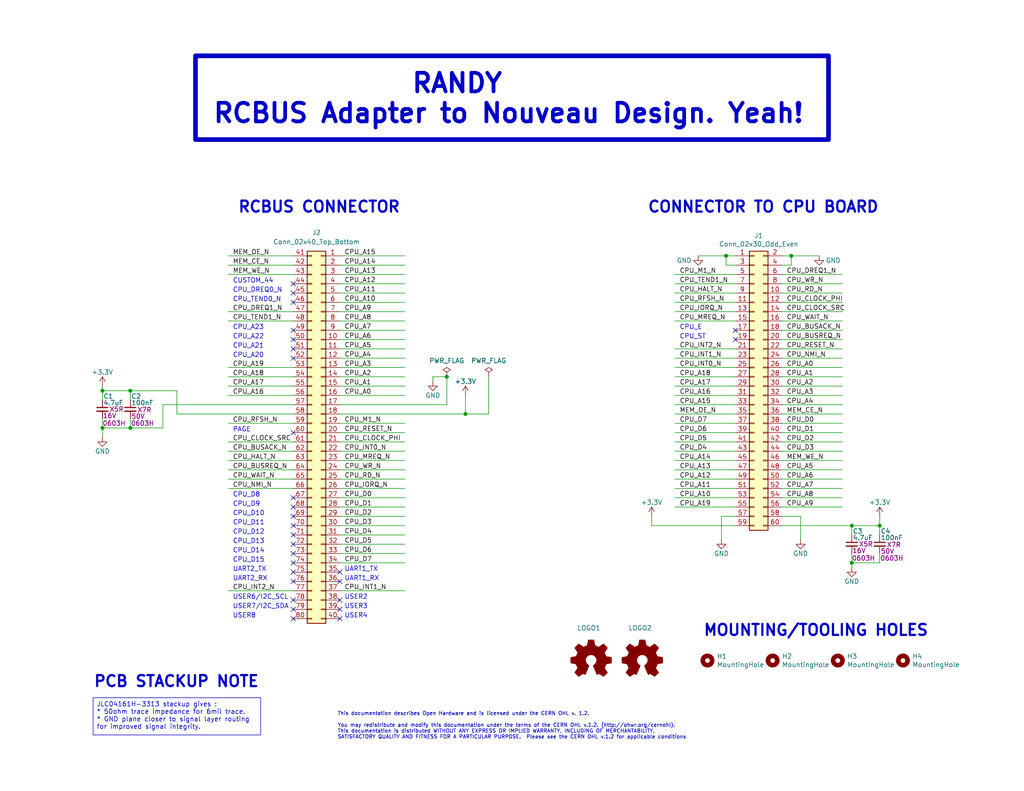
<source format=kicad_sch>
(kicad_sch (version 20231120) (generator "eeschema") (generator_version "8.0")
  (paper "A")
  (title_block (title "RANDY") (date "2024-07-29") (rev "0.0") (company "Denno Wiggle") (comment 1 "RCBUS Adapter to Nouveau Design. Yeah!") (comment 2 "Converts BUS from John Winans Nouveau Project"))
  (lib_symbols
    (symbol "Connector_Generic:Conn_02x30_Odd_Even" (pin_names (offset 1.016) hide)
      (property "Reference" "J" (at 1.27 38.1 0))
      (property "Value" "Conn_02x30_Odd_Even" (at 1.27 -40.64 0))
      (symbol "Conn_02x30_Odd_Even_1_1"
        (pin passive line (at -5.08 35.56 0) (length 3.81) (name "Pin_1") (number "1"))
        (pin passive line (at 7.62 25.4 180) (length 3.81) (name "Pin_10") (number "10"))
        (pin passive line (at -5.08 22.86 0) (length 3.81) (name "Pin_11") (number "11"))
        (pin passive line (at 7.62 22.86 180) (length 3.81) (name "Pin_12") (number "12"))
        (pin passive line (at -5.08 20.32 0) (length 3.81) (name "Pin_13") (number "13"))
        (pin passive line (at 7.62 20.32 180) (length 3.81) (name "Pin_14") (number "14"))
        (pin passive line (at -5.08 17.78 0) (length 3.81) (name "Pin_15") (number "15"))
        (pin passive line (at 7.62 17.78 180) (length 3.81) (name "Pin_16") (number "16"))
        (pin passive line (at -5.08 15.24 0) (length 3.81) (name "Pin_17") (number "17"))
        (pin passive line (at 7.62 15.24 180) (length 3.81) (name "Pin_18") (number "18"))
        (pin passive line (at -5.08 12.7 0) (length 3.81) (name "Pin_19") (number "19"))
        (pin passive line (at 7.62 35.56 180) (length 3.81) (name "Pin_2") (number "2"))
        (pin passive line (at 7.62 12.7 180) (length 3.81) (name "Pin_20") (number "20"))
        (pin passive line (at -5.08 10.16 0) (length 3.81) (name "Pin_21") (number "21"))
        (pin passive line (at 7.62 10.16 180) (length 3.81) (name "Pin_22") (number "22"))
        (pin passive line (at -5.08 7.62 0) (length 3.81) (name "Pin_23") (number "23"))
        (pin passive line (at 7.62 7.62 180) (length 3.81) (name "Pin_24") (number "24"))
        (pin passive line (at -5.08 5.08 0) (length 3.81) (name "Pin_25") (number "25"))
        (pin passive line (at 7.62 5.08 180) (length 3.81) (name "Pin_26") (number "26"))
        (pin passive line (at -5.08 2.54 0) (length 3.81) (name "Pin_27") (number "27"))
        (pin passive line (at 7.62 2.54 180) (length 3.81) (name "Pin_28") (number "28"))
        (pin passive line (at -5.08 0 0) (length 3.81) (name "Pin_29") (number "29"))
        (pin passive line (at -5.08 33.02 0) (length 3.81) (name "Pin_3") (number "3"))
        (pin passive line (at 7.62 0 180) (length 3.81) (name "Pin_30") (number "30"))
        (pin passive line (at -5.08 -2.54 0) (length 3.81) (name "Pin_31") (number "31"))
        (pin passive line (at 7.62 -2.54 180) (length 3.81) (name "Pin_32") (number "32"))
        (pin passive line (at -5.08 -5.08 0) (length 3.81) (name "Pin_33") (number "33"))
        (pin passive line (at 7.62 -5.08 180) (length 3.81) (name "Pin_34") (number "34"))
        (pin passive line (at -5.08 -7.62 0) (length 3.81) (name "Pin_35") (number "35"))
        (pin passive line (at 7.62 -7.62 180) (length 3.81) (name "Pin_36") (number "36"))
        (pin passive line (at -5.08 -10.16 0) (length 3.81) (name "Pin_37") (number "37"))
        (pin passive line (at 7.62 -10.16 180) (length 3.81) (name "Pin_38") (number "38"))
        (pin passive line (at -5.08 -12.7 0) (length 3.81) (name "Pin_39") (number "39"))
        (pin passive line (at 7.62 33.02 180) (length 3.81) (name "Pin_4") (number "4"))
        (pin passive line (at 7.62 -12.7 180) (length 3.81) (name "Pin_40") (number "40"))
        (pin passive line (at -5.08 -15.24 0) (length 3.81) (name "Pin_41") (number "41"))
        (pin passive line (at 7.62 -15.24 180) (length 3.81) (name "Pin_42") (number "42"))
        (pin passive line (at -5.08 -17.78 0) (length 3.81) (name "Pin_43") (number "43"))
        (pin passive line (at 7.62 -17.78 180) (length 3.81) (name "Pin_44") (number "44"))
        (pin passive line (at -5.08 -20.32 0) (length 3.81) (name "Pin_45") (number "45"))
        (pin passive line (at 7.62 -20.32 180) (length 3.81) (name "Pin_46") (number "46"))
        (pin passive line (at -5.08 -22.86 0) (length 3.81) (name "Pin_47") (number "47"))
        (pin passive line (at 7.62 -22.86 180) (length 3.81) (name "Pin_48") (number "48"))
        (pin passive line (at -5.08 -25.4 0) (length 3.81) (name "Pin_49") (number "49"))
        (pin passive line (at -5.08 30.48 0) (length 3.81) (name "Pin_5") (number "5"))
        (pin passive line (at 7.62 -25.4 180) (length 3.81) (name "Pin_50") (number "50"))
        (pin passive line (at -5.08 -27.94 0) (length 3.81) (name "Pin_51") (number "51"))
        (pin passive line (at 7.62 -27.94 180) (length 3.81) (name "Pin_52") (number "52"))
        (pin passive line (at -5.08 -30.48 0) (length 3.81) (name "Pin_53") (number "53"))
        (pin passive line (at 7.62 -30.48 180) (length 3.81) (name "Pin_54") (number "54"))
        (pin passive line (at -5.08 -33.02 0) (length 3.81) (name "Pin_55") (number "55"))
        (pin passive line (at 7.62 -33.02 180) (length 3.81) (name "Pin_56") (number "56"))
        (pin passive line (at -5.08 -35.56 0) (length 3.81) (name "Pin_57") (number "57"))
        (pin passive line (at 7.62 -35.56 180) (length 3.81) (name "Pin_58") (number "58"))
        (pin passive line (at -5.08 -38.1 0) (length 3.81) (name "Pin_59") (number "59"))
        (pin passive line (at 7.62 30.48 180) (length 3.81) (name "Pin_6") (number "6"))
        (pin passive line (at 7.62 -38.1 180) (length 3.81) (name "Pin_60") (number "60"))
        (pin passive line (at -5.08 27.94 0) (length 3.81) (name "Pin_7") (number "7"))
        (pin passive line (at 7.62 27.94 180) (length 3.81) (name "Pin_8") (number "8"))
        (pin passive line (at -5.08 25.4 0) (length 3.81) (name "Pin_9") (number "9"))
      )
    )
    (symbol "Connector_Generic:Conn_02x40_Top_Bottom" (pin_names (offset 1.016) hide)
      (property "Reference" "J" (at 1.27 50.8 0))
      (property "Value" "Conn_02x40_Top_Bottom" (at 1.27 -53.34 0))
      (symbol "Conn_02x40_Top_Bottom_1_1"
        (pin passive line (at -5.08 48.26 0) (length 3.81) (name "Pin_1") (number "1"))
        (pin passive line (at -5.08 25.4 0) (length 3.81) (name "Pin_10") (number "10"))
        (pin passive line (at -5.08 22.86 0) (length 3.81) (name "Pin_11") (number "11"))
        (pin passive line (at -5.08 20.32 0) (length 3.81) (name "Pin_12") (number "12"))
        (pin passive line (at -5.08 17.78 0) (length 3.81) (name "Pin_13") (number "13"))
        (pin passive line (at -5.08 15.24 0) (length 3.81) (name "Pin_14") (number "14"))
        (pin passive line (at -5.08 12.7 0) (length 3.81) (name "Pin_15") (number "15"))
        (pin passive line (at -5.08 10.16 0) (length 3.81) (name "Pin_16") (number "16"))
        (pin passive line (at -5.08 7.62 0) (length 3.81) (name "Pin_17") (number "17"))
        (pin passive line (at -5.08 5.08 0) (length 3.81) (name "Pin_18") (number "18"))
        (pin passive line (at -5.08 2.54 0) (length 3.81) (name "Pin_19") (number "19"))
        (pin passive line (at -5.08 45.72 0) (length 3.81) (name "Pin_2") (number "2"))
        (pin passive line (at -5.08 0 0) (length 3.81) (name "Pin_20") (number "20"))
        (pin passive line (at -5.08 -2.54 0) (length 3.81) (name "Pin_21") (number "21"))
        (pin passive line (at -5.08 -5.08 0) (length 3.81) (name "Pin_22") (number "22"))
        (pin passive line (at -5.08 -7.62 0) (length 3.81) (name "Pin_23") (number "23"))
        (pin passive line (at -5.08 -10.16 0) (length 3.81) (name "Pin_24") (number "24"))
        (pin passive line (at -5.08 -12.7 0) (length 3.81) (name "Pin_25") (number "25"))
        (pin passive line (at -5.08 -15.24 0) (length 3.81) (name "Pin_26") (number "26"))
        (pin passive line (at -5.08 -17.78 0) (length 3.81) (name "Pin_27") (number "27"))
        (pin passive line (at -5.08 -20.32 0) (length 3.81) (name "Pin_28") (number "28"))
        (pin passive line (at -5.08 -22.86 0) (length 3.81) (name "Pin_29") (number "29"))
        (pin passive line (at -5.08 43.18 0) (length 3.81) (name "Pin_3") (number "3"))
        (pin passive line (at -5.08 -25.4 0) (length 3.81) (name "Pin_30") (number "30"))
        (pin passive line (at -5.08 -27.94 0) (length 3.81) (name "Pin_31") (number "31"))
        (pin passive line (at -5.08 -30.48 0) (length 3.81) (name "Pin_32") (number "32"))
        (pin passive line (at -5.08 -33.02 0) (length 3.81) (name "Pin_33") (number "33"))
        (pin passive line (at -5.08 -35.56 0) (length 3.81) (name "Pin_34") (number "34"))
        (pin passive line (at -5.08 -38.1 0) (length 3.81) (name "Pin_35") (number "35"))
        (pin passive line (at -5.08 -40.64 0) (length 3.81) (name "Pin_36") (number "36"))
        (pin passive line (at -5.08 -43.18 0) (length 3.81) (name "Pin_37") (number "37"))
        (pin passive line (at -5.08 -45.72 0) (length 3.81) (name "Pin_38") (number "38"))
        (pin passive line (at -5.08 -48.26 0) (length 3.81) (name "Pin_39") (number "39"))
        (pin passive line (at -5.08 40.64 0) (length 3.81) (name "Pin_4") (number "4"))
        (pin passive line (at -5.08 -50.8 0) (length 3.81) (name "Pin_40") (number "40"))
        (pin passive line (at 7.62 48.26 180) (length 3.81) (name "Pin_41") (number "41"))
        (pin passive line (at 7.62 45.72 180) (length 3.81) (name "Pin_42") (number "42"))
        (pin passive line (at 7.62 43.18 180) (length 3.81) (name "Pin_43") (number "43"))
        (pin passive line (at 7.62 40.64 180) (length 3.81) (name "Pin_44") (number "44"))
        (pin passive line (at 7.62 38.1 180) (length 3.81) (name "Pin_45") (number "45"))
        (pin passive line (at 7.62 35.56 180) (length 3.81) (name "Pin_46") (number "46"))
        (pin passive line (at 7.62 33.02 180) (length 3.81) (name "Pin_47") (number "47"))
        (pin passive line (at 7.62 30.48 180) (length 3.81) (name "Pin_48") (number "48"))
        (pin passive line (at 7.62 27.94 180) (length 3.81) (name "Pin_49") (number "49"))
        (pin passive line (at -5.08 38.1 0) (length 3.81) (name "Pin_5") (number "5"))
        (pin passive line (at 7.62 25.4 180) (length 3.81) (name "Pin_50") (number "50"))
        (pin passive line (at 7.62 22.86 180) (length 3.81) (name "Pin_51") (number "51"))
        (pin passive line (at 7.62 20.32 180) (length 3.81) (name "Pin_52") (number "52"))
        (pin passive line (at 7.62 17.78 180) (length 3.81) (name "Pin_53") (number "53"))
        (pin passive line (at 7.62 15.24 180) (length 3.81) (name "Pin_54") (number "54"))
        (pin passive line (at 7.62 12.7 180) (length 3.81) (name "Pin_55") (number "55"))
        (pin passive line (at 7.62 10.16 180) (length 3.81) (name "Pin_56") (number "56"))
        (pin passive line (at 7.62 7.62 180) (length 3.81) (name "Pin_57") (number "57"))
        (pin passive line (at 7.62 5.08 180) (length 3.81) (name "Pin_58") (number "58"))
        (pin passive line (at 7.62 2.54 180) (length 3.81) (name "Pin_59") (number "59"))
        (pin passive line (at -5.08 35.56 0) (length 3.81) (name "Pin_6") (number "6"))
        (pin passive line (at 7.62 0 180) (length 3.81) (name "Pin_60") (number "60"))
        (pin passive line (at 7.62 -2.54 180) (length 3.81) (name "Pin_61") (number "61"))
        (pin passive line (at 7.62 -5.08 180) (length 3.81) (name "Pin_62") (number "62"))
        (pin passive line (at 7.62 -7.62 180) (length 3.81) (name "Pin_63") (number "63"))
        (pin passive line (at 7.62 -10.16 180) (length 3.81) (name "Pin_64") (number "64"))
        (pin passive line (at 7.62 -12.7 180) (length 3.81) (name "Pin_65") (number "65"))
        (pin passive line (at 7.62 -15.24 180) (length 3.81) (name "Pin_66") (number "66"))
        (pin passive line (at 7.62 -17.78 180) (length 3.81) (name "Pin_67") (number "67"))
        (pin passive line (at 7.62 -20.32 180) (length 3.81) (name "Pin_68") (number "68"))
        (pin passive line (at 7.62 -22.86 180) (length 3.81) (name "Pin_69") (number "69"))
        (pin passive line (at -5.08 33.02 0) (length 3.81) (name "Pin_7") (number "7"))
        (pin passive line (at 7.62 -25.4 180) (length 3.81) (name "Pin_70") (number "70"))
        (pin passive line (at 7.62 -27.94 180) (length 3.81) (name "Pin_71") (number "71"))
        (pin passive line (at 7.62 -30.48 180) (length 3.81) (name "Pin_72") (number "72"))
        (pin passive line (at 7.62 -33.02 180) (length 3.81) (name "Pin_73") (number "73"))
        (pin passive line (at 7.62 -35.56 180) (length 3.81) (name "Pin_74") (number "74"))
        (pin passive line (at 7.62 -38.1 180) (length 3.81) (name "Pin_75") (number "75"))
        (pin passive line (at 7.62 -40.64 180) (length 3.81) (name "Pin_76") (number "76"))
        (pin passive line (at 7.62 -43.18 180) (length 3.81) (name "Pin_77") (number "77"))
        (pin passive line (at 7.62 -45.72 180) (length 3.81) (name "Pin_78") (number "78"))
        (pin passive line (at 7.62 -48.26 180) (length 3.81) (name "Pin_79") (number "79"))
        (pin passive line (at -5.08 30.48 0) (length 3.81) (name "Pin_8") (number "8"))
        (pin passive line (at 7.62 -50.8 180) (length 3.81) (name "Pin_80") (number "80"))
        (pin passive line (at -5.08 27.94 0) (length 3.81) (name "Pin_9") (number "9"))
      )
    )
    (symbol "GND_1" (power) (pin_numbers hide) (pin_names (offset 0) hide)
      (property "Value" "GND" (at 0 -3.81 0))
      (symbol "GND_1_1_1"
        (pin power_in line (at 0 0 270) (length 0) (name "~") (number "1"))
      )
    )
    (symbol "GND_2" (power) (pin_numbers hide) (pin_names (offset 0) hide)
      (property "Value" "GND" (at 0 -3.81 0))
      (symbol "GND_2_1_1"
        (pin power_in line (at 0 0 270) (length 0) (name "~") (number "1"))
      )
    )
    (symbol "Graphic:Logo_Open_Hardware_Small" (in_bom no) (on_board no))
    (symbol "Mechanical:MountingHole" (pin_names (offset 1.016))
      (property "Reference" "H" (at 0 5.08 0))
      (property "Value" "MountingHole" (at 0 3.175 0))
    )
    (symbol "WTM:C_100nF_X7R_16V_0805H" (pin_numbers hide) (pin_names (offset 0) hide)
      (property "Reference" "C" (at 0.254 3.556 0))
      (property "Value" "100nF" (at 0.254 1.778 0))
      (property "Dielectric" "X7R" (at 1.905 -0.127 0))
      (property "Voltage" "16V" (at 0.254 -1.905 0))
      (property "Footprint2" "0805H" (at 0.127 -3.81 0))
      (symbol "C_100nF_X7R_16V_0805H_1_1"
        (pin passive line (at 0 2.54 270) (length 2.032) (name "~") (number "1"))
        (pin passive line (at 0 -2.54 90) (length 2.032) (name "~") (number "2"))
      )
    )
    (symbol "WTM:C_10uF_X5R_16V_0805H" (pin_numbers hide) (pin_names (offset 0.254) hide)
      (property "Reference" "C206" (at 0.254 3.556 0))
      (property "Value" "10uF" (at 0.254 1.778 0))
      (property "Dielectric" "X5R" (at 1.905 0.762 0))
      (property "Voltage" "16V" (at 0.127 -1.016 0))
      (property "Footprint2" "0805H" (at 3.302 -3.81 0))
      (symbol "C_10uF_X5R_16V_0805H_1_1"
        (pin passive line (at 0 2.54 270) (length 2.032) (name "~") (number "1"))
        (pin passive line (at 0 -2.54 90) (length 2.032) (name "~") (number "2"))
      )
    )
    (symbol "power:+3.3V" (power) (pin_numbers hide) (pin_names (offset 0) hide)
      (property "Value" "+3.3V" (at 0 3.556 0))
      (symbol "+3.3V_1_1"
        (pin power_in line (at 0 0 90) (length 0) (name "~") (number "1"))
      )
    )
    (symbol "power:PWR_FLAG" (power) (pin_numbers hide) (pin_names (offset 0) hide)
      (property "Value" "PWR_FLAG" (at 0 3.81 0))
      (symbol "PWR_FLAG_0_0"
        (pin power_out line (at 0 0 90) (length 0) (name "~") (number "1"))
      )
    )
  )
  (junction (at 232.41 143.51))
  (junction (at 121.92 102.87))
  (junction (at 240.03 143.51))
  (junction (at 35.56 116.84))
  (junction (at 35.56 106.68))
  (junction (at 198.12 69.85))
  (junction (at 27.94 106.68))
  (junction (at 215.9 69.85))
  (junction (at 232.41 153.67))
  (junction (at 127 113.03))
  (junction (at 27.94 116.84))
  (no_connect (at 80.01 92.71))
  (no_connect (at 92.71 156.21))
  (no_connect (at 200.66 92.71))
  (no_connect (at 80.01 95.25))
  (no_connect (at 92.71 163.83))
  (no_connect (at 80.01 77.47))
  (no_connect (at 92.71 168.91))
  (no_connect (at 92.71 158.75))
  (no_connect (at 80.01 97.79))
  (no_connect (at 80.01 140.97))
  (no_connect (at 200.66 90.17))
  (no_connect (at 80.01 146.05))
  (no_connect (at 80.01 168.91))
  (no_connect (at 80.01 82.55))
  (no_connect (at 80.01 135.89))
  (no_connect (at 80.01 143.51))
  (no_connect (at 80.01 163.83))
  (no_connect (at 80.01 166.37))
  (no_connect (at 80.01 153.67))
  (no_connect (at 80.01 148.59))
  (no_connect (at 92.71 166.37))
  (no_connect (at 80.01 138.43))
  (no_connect (at 80.01 158.75))
  (no_connect (at 80.01 118.11))
  (no_connect (at 80.01 90.17))
  (no_connect (at 80.01 151.13))
  (no_connect (at 80.01 156.21))
  (no_connect (at 80.01 80.01))
  (wire (pts (xy 62.23 87.63) (xy 80.01 87.63)))
  (wire (pts (xy 213.36 135.89) (xy 229.87 135.89)))
  (wire (pts (xy 92.71 151.13) (xy 110.49 151.13)))
  (wire (pts (xy 92.71 125.73) (xy 110.49 125.73)))
  (wire (pts (xy 177.8 143.51) (xy 200.66 143.51)))
  (wire (pts (xy 27.94 106.68) (xy 27.94 109.22)))
  (wire (pts (xy 213.36 92.71) (xy 229.87 92.71)))
  (wire (pts (xy 184.15 85.09) (xy 200.66 85.09)))
  (wire (pts (xy 184.15 74.93) (xy 200.66 74.93)))
  (wire (pts (xy 44.45 116.84) (xy 44.45 110.49)))
  (wire (pts (xy 92.71 118.11) (xy 110.49 118.11)))
  (wire (pts (xy 133.35 113.03) (xy 133.35 102.87)))
  (wire (pts (xy 240.03 140.97) (xy 240.03 143.51)))
  (wire (pts (xy 213.36 102.87) (xy 229.87 102.87)))
  (wire (pts (xy 35.56 114.3) (xy 35.56 116.84)))
  (wire (pts (xy 215.9 69.85) (xy 215.9 72.39)))
  (wire (pts (xy 62.23 133.35) (xy 80.01 133.35)))
  (wire (pts (xy 92.71 120.65) (xy 110.49 120.65)))
  (wire (pts (xy 92.71 77.47) (xy 110.49 77.47)))
  (wire (pts (xy 213.36 69.85) (xy 215.9 69.85)))
  (wire (pts (xy 27.94 106.68) (xy 35.56 106.68)))
  (wire (pts (xy 92.71 113.03) (xy 127 113.03)))
  (wire (pts (xy 92.71 97.79) (xy 110.49 97.79)))
  (wire (pts (xy 92.71 133.35) (xy 110.49 133.35)))
  (wire (pts (xy 92.71 102.87) (xy 110.49 102.87)))
  (wire (pts (xy 184.15 107.95) (xy 200.66 107.95)))
  (wire (pts (xy 213.36 74.93) (xy 229.87 74.93)))
  (wire (pts (xy 213.36 125.73) (xy 229.87 125.73)))
  (wire (pts (xy 184.15 87.63) (xy 200.66 87.63)))
  (wire (pts (xy 213.36 138.43) (xy 229.87 138.43)))
  (wire (pts (xy 213.36 82.55) (xy 229.87 82.55)))
  (wire (pts (xy 232.41 153.67) (xy 232.41 154.94)))
  (wire (pts (xy 92.71 148.59) (xy 110.49 148.59)))
  (wire (pts (xy 62.23 69.85) (xy 80.01 69.85)))
  (wire (pts (xy 177.8 143.51) (xy 177.8 140.97)))
  (wire (pts (xy 184.15 100.33) (xy 200.66 100.33)))
  (wire (pts (xy 213.36 133.35) (xy 229.87 133.35)))
  (wire (pts (xy 232.41 153.67) (xy 240.03 153.67)))
  (wire (pts (xy 62.23 120.65) (xy 80.01 120.65)))
  (wire (pts (xy 213.36 143.51) (xy 232.41 143.51)))
  (wire (pts (xy 92.71 74.93) (xy 110.49 74.93)))
  (wire (pts (xy 184.15 130.81) (xy 200.66 130.81)))
  (wire (pts (xy 62.23 115.57) (xy 80.01 115.57)))
  (wire (pts (xy 92.71 100.33) (xy 110.49 100.33)))
  (wire (pts (xy 62.23 74.93) (xy 80.01 74.93)))
  (wire (pts (xy 92.71 72.39) (xy 110.49 72.39)))
  (wire (pts (xy 118.11 102.87) (xy 118.11 104.14)))
  (wire (pts (xy 184.15 110.49) (xy 200.66 110.49)))
  (wire (pts (xy 232.41 151.13) (xy 232.41 153.67)))
  (wire (pts (xy 92.71 153.67) (xy 110.49 153.67)))
  (wire (pts (xy 184.15 77.47) (xy 200.66 77.47)))
  (wire (pts (xy 92.71 135.89) (xy 110.49 135.89)))
  (wire (pts (xy 92.71 128.27) (xy 110.49 128.27)))
  (wire (pts (xy 35.56 116.84) (xy 44.45 116.84)))
  (wire (pts (xy 213.36 120.65) (xy 229.87 120.65)))
  (wire (pts (xy 200.66 72.39) (xy 198.12 72.39)))
  (wire (pts (xy 184.15 80.01) (xy 200.66 80.01)))
  (wire (pts (xy 218.44 140.97) (xy 218.44 147.32)))
  (wire (pts (xy 27.94 116.84) (xy 27.94 119.38)))
  (wire (pts (xy 48.26 106.68) (xy 48.26 113.03)))
  (wire (pts (xy 232.41 143.51) (xy 232.41 146.05)))
  (wire (pts (xy 184.15 102.87) (xy 200.66 102.87)))
  (wire (pts (xy 92.71 138.43) (xy 110.49 138.43)))
  (wire (pts (xy 200.66 140.97) (xy 196.85 140.97)))
  (wire (pts (xy 92.71 85.09) (xy 110.49 85.09)))
  (wire (pts (xy 62.23 130.81) (xy 80.01 130.81)))
  (wire (pts (xy 213.36 123.19) (xy 229.87 123.19)))
  (wire (pts (xy 213.36 110.49) (xy 229.87 110.49)))
  (wire (pts (xy 62.23 107.95) (xy 80.01 107.95)))
  (wire (pts (xy 213.36 105.41) (xy 229.87 105.41)))
  (wire (pts (xy 184.15 118.11) (xy 200.66 118.11)))
  (wire (pts (xy 62.23 102.87) (xy 80.01 102.87)))
  (wire (pts (xy 190.5 69.85) (xy 198.12 69.85)))
  (wire (pts (xy 48.26 113.03) (xy 80.01 113.03)))
  (wire (pts (xy 184.15 115.57) (xy 200.66 115.57)))
  (wire (pts (xy 35.56 106.68) (xy 48.26 106.68)))
  (wire (pts (xy 62.23 100.33) (xy 80.01 100.33)))
  (wire (pts (xy 44.45 110.49) (xy 80.01 110.49)))
  (wire (pts (xy 92.71 115.57) (xy 110.49 115.57)))
  (wire (pts (xy 35.56 106.68) (xy 35.56 109.22)))
  (wire (pts (xy 62.23 161.29) (xy 80.01 161.29)))
  (wire (pts (xy 184.15 120.65) (xy 200.66 120.65)))
  (wire (pts (xy 121.92 102.87) (xy 118.11 102.87)))
  (wire (pts (xy 213.36 113.03) (xy 229.87 113.03)))
  (wire (pts (xy 92.71 82.55) (xy 110.49 82.55)))
  (wire (pts (xy 92.71 140.97) (xy 110.49 140.97)))
  (wire (pts (xy 184.15 95.25) (xy 200.66 95.25)))
  (wire (pts (xy 92.71 110.49) (xy 121.92 110.49)))
  (wire (pts (xy 215.9 69.85) (xy 223.52 69.85)))
  (wire (pts (xy 240.03 151.13) (xy 240.03 153.67)))
  (wire (pts (xy 184.15 97.79) (xy 200.66 97.79)))
  (wire (pts (xy 92.71 143.51) (xy 110.49 143.51)))
  (wire (pts (xy 92.71 161.29) (xy 110.49 161.29)))
  (wire (pts (xy 184.15 105.41) (xy 200.66 105.41)))
  (wire (pts (xy 213.36 128.27) (xy 229.87 128.27)))
  (wire (pts (xy 198.12 69.85) (xy 198.12 72.39)))
  (wire (pts (xy 27.94 105.41) (xy 27.94 106.68)))
  (wire (pts (xy 240.03 143.51) (xy 240.03 146.05)))
  (wire (pts (xy 213.36 80.01) (xy 229.87 80.01)))
  (wire (pts (xy 213.36 130.81) (xy 229.87 130.81)))
  (wire (pts (xy 127 113.03) (xy 133.35 113.03)))
  (wire (pts (xy 184.15 128.27) (xy 200.66 128.27)))
  (wire (pts (xy 35.56 116.84) (xy 27.94 116.84)))
  (wire (pts (xy 213.36 115.57) (xy 229.87 115.57)))
  (wire (pts (xy 92.71 69.85) (xy 110.49 69.85)))
  (wire (pts (xy 62.23 128.27) (xy 80.01 128.27)))
  (wire (pts (xy 92.71 95.25) (xy 110.49 95.25)))
  (wire (pts (xy 184.15 82.55) (xy 200.66 82.55)))
  (wire (pts (xy 184.15 125.73) (xy 200.66 125.73)))
  (wire (pts (xy 92.71 105.41) (xy 110.49 105.41)))
  (wire (pts (xy 213.36 100.33) (xy 229.87 100.33)))
  (wire (pts (xy 213.36 77.47) (xy 229.87 77.47)))
  (wire (pts (xy 196.85 140.97) (xy 196.85 147.32)))
  (wire (pts (xy 92.71 107.95) (xy 110.49 107.95)))
  (wire (pts (xy 92.71 80.01) (xy 110.49 80.01)))
  (wire (pts (xy 62.23 85.09) (xy 80.01 85.09)))
  (wire (pts (xy 184.15 135.89) (xy 200.66 135.89)))
  (wire (pts (xy 92.71 90.17) (xy 110.49 90.17)))
  (wire (pts (xy 213.36 95.25) (xy 229.87 95.25)))
  (wire (pts (xy 184.15 113.03) (xy 200.66 113.03)))
  (wire (pts (xy 213.36 107.95) (xy 229.87 107.95)))
  (wire (pts (xy 92.71 87.63) (xy 110.49 87.63)))
  (wire (pts (xy 92.71 130.81) (xy 110.49 130.81)))
  (wire (pts (xy 184.15 123.19) (xy 200.66 123.19)))
  (wire (pts (xy 27.94 116.84) (xy 27.94 114.3)))
  (wire (pts (xy 232.41 143.51) (xy 240.03 143.51)))
  (wire (pts (xy 213.36 90.17) (xy 229.87 90.17)))
  (wire (pts (xy 92.71 146.05) (xy 110.49 146.05)))
  (wire (pts (xy 213.36 85.09) (xy 229.87 85.09)))
  (wire (pts (xy 213.36 87.63) (xy 229.87 87.63)))
  (wire (pts (xy 62.23 105.41) (xy 80.01 105.41)))
  (wire (pts (xy 213.36 118.11) (xy 229.87 118.11)))
  (wire (pts (xy 92.71 92.71) (xy 110.49 92.71)))
  (wire (pts (xy 62.23 123.19) (xy 80.01 123.19)))
  (wire (pts (xy 184.15 138.43) (xy 200.66 138.43)))
  (wire (pts (xy 213.36 97.79) (xy 229.87 97.79)))
  (wire (pts (xy 62.23 72.39) (xy 80.01 72.39)))
  (wire (pts (xy 184.15 133.35) (xy 200.66 133.35)))
  (wire (pts (xy 62.23 125.73) (xy 80.01 125.73)))
  (wire (pts (xy 213.36 72.39) (xy 215.9 72.39)))
  (wire (pts (xy 92.71 123.19) (xy 110.49 123.19)))
  (wire (pts (xy 121.92 102.87) (xy 121.92 110.49)))
  (wire (pts (xy 198.12 69.85) (xy 200.66 69.85)))
  (wire (pts (xy 213.36 140.97) (xy 218.44 140.97)))
  (wire (pts (xy 127 107.95) (xy 127 113.03)))
  (text_box "              RANDY\nRCBUS Adapter to Nouveau Design. Yeah!" (at 53.34 15.24 0) (size 172.72 22.86) (stroke (width 1.27)) (effects (font (size 5.08 5.08) (thickness 1.016) (bold yes)) (justify left top)))
  (text_box "JLC04161H-3313 stackup gives :\n* 50ohm trace impedance for 6mil trace.\n* GND plane closer to signal layer routing for improved signal integrity." (at 25.4 190.5 0) (size 45.72 10.16) (effects (font (size 1.27 1.27)) (justify left top)))
  (text "UART1_TX" (at 93.98 156.21 0) (effects (font (size 1.27 1.27)) (justify left bottom)))
  (text "MOUNTING/TOOLING HOLES" (at 191.77 173.99 0) (effects (font (size 2.9972 2.9972) (thickness 0.5994) (bold yes)) (justify left bottom)))
  (text "CPU_ST" (at 185.42 92.71 0) (effects (font (size 1.27 1.27)) (justify left bottom)))
  (text "CONNECTOR TO CPU BOARD" (at 176.53 58.42 0) (effects (font (size 2.9972 2.9972) (thickness 0.5994) (bold yes)) (justify left bottom)))
  (text "CPU_A22" (at 63.5 92.71 0) (effects (font (size 1.27 1.27)) (justify left bottom)))
  (text "USER4" (at 93.98 168.91 0) (effects (font (size 1.27 1.27)) (justify left bottom)))
  (text "CPU_TEND0_N" (at 63.5 82.55 0) (effects (font (size 1.27 1.27)) (justify left bottom)))
  (text "CPU_D8" (at 63.5 135.89 0) (effects (font (size 1.27 1.27)) (justify left bottom)))
  (text "CPU_A21" (at 63.5 95.25 0) (effects (font (size 1.27 1.27)) (justify left bottom)))
  (text "CPU_D11" (at 63.5 143.51 0) (effects (font (size 1.27 1.27)) (justify left bottom)))
  (text "UART2_RX" (at 63.5 158.75 0) (effects (font (size 1.27 1.27)) (justify left bottom)))
  (text "CPU_D13" (at 63.5 148.59 0) (effects (font (size 1.27 1.27)) (justify left bottom)))
  (text "CUSTOM_44" (at 63.5 77.47 0) (effects (font (size 1.27 1.27)) (justify left bottom)))
  (text "USER6/I2C_SCL" (at 63.5 163.83 0) (effects (font (size 1.27 1.27)) (justify left bottom)))
  (text "CPU_A23" (at 63.5 90.17 0) (effects (font (size 1.27 1.27)) (justify left bottom)))
  (text "CPU_D12" (at 63.5 146.05 0) (effects (font (size 1.27 1.27)) (justify left bottom)))
  (text "PCB STACKUP NOTE" (at 25.4 187.96 0) (effects (font (size 2.9972 2.9972) (thickness 0.5994) (bold yes)) (justify left bottom)))
  (text "USER8" (at 63.5 168.91 0) (effects (font (size 1.27 1.27)) (justify left bottom)))
  (text "CPU_E" (at 185.42 90.17 0) (effects (font (size 1.27 1.27)) (justify left bottom)))
  (text "CPU_D10" (at 63.5 140.97 0) (effects (font (size 1.27 1.27)) (justify left bottom)))
  (text "CPU_D9" (at 63.5 138.43 0) (effects (font (size 1.27 1.27)) (justify left bottom)))
  (text "CPU_A20" (at 63.5 97.79 0) (effects (font (size 1.27 1.27)) (justify left bottom)))
  (text "UART2_TX" (at 63.5 156.21 0) (effects (font (size 1.27 1.27)) (justify left bottom)))
  (text "CPU_D14" (at 63.5 151.13 0) (effects (font (size 1.27 1.27)) (justify left bottom)))
  (text "USER3" (at 93.98 166.37 0) (effects (font (size 1.27 1.27)) (justify left bottom)))
  (text "PAGE" (at 63.5 118.11 0) (effects (font (size 1.27 1.27)) (justify left bottom)))
  (text "USER2" (at 93.98 163.83 0) (effects (font (size 1.27 1.27)) (justify left bottom)))
  (text "RCBUS CONNECTOR" (at 64.77 58.42 0) (effects (font (size 2.9972 2.9972) (thickness 0.5994) (bold yes)) (justify left bottom)))
  (text "CPU_DREQ0_N" (at 63.5 80.01 0) (effects (font (size 1.27 1.27)) (justify left bottom)))
  (text "This documentation describes Open Hardware and is licensed under the CERN OHL v. 1.2.\n\nYou may redistribute and modify this documentation under the terms of the CERN OHL v.1.2. (http://ohwr.org/cernohl). \nThis documentation is distributed WITHOUT ANY EXPRESS OR IMPLIED WARRANTY, INCLUDING OF MERCHANTABILITY, \nSATISFACTORY QUALITY AND FITNESS FOR A PARTICULAR PURPOSE.  Please see the CERN OHL v.1.2 for applicable conditions" (at 92.075 201.93 0) (effects (font (size 0.9906 0.9906)) (justify left bottom)))
  (text "USER7/I2C_SDA" (at 63.5 166.37 0) (effects (font (size 1.27 1.27)) (justify left bottom)))
  (text "CPU_D15" (at 63.5 153.67 0) (effects (font (size 1.27 1.27)) (justify left bottom)))
  (text "UART1_RX" (at 93.98 158.75 0) (effects (font (size 1.27 1.27)) (justify left bottom)))
  (label "CPU_D7" (at 93.98 153.67 0))
  (label "CPU_WR_N" (at 214.63 77.47 0))
  (label "CPU_RESET_N" (at 214.63 95.25 0))
  (label "CPU_D1" (at 214.63 118.11 0))
  (label "CPU_D5" (at 93.98 148.59 0))
  (label "CPU_D4" (at 185.42 123.19 0))
  (label "CPU_CLOCK_PHI" (at 214.63 82.55 0))
  (label "CPU_DREQ1_N" (at 63.5 85.09 0))
  (label "MEM_WE_N" (at 63.5 74.93 0))
  (label "CPU_A7" (at 93.98 90.17 0))
  (label "CPU_A9" (at 214.63 138.43 0))
  (label "CPU_A16" (at 63.5 107.95 0))
  (label "CPU_A4" (at 93.98 97.79 0))
  (label "CPU_A6" (at 93.98 92.71 0))
  (label "CPU_A14" (at 93.98 72.39 0))
  (label "CPU_INT0_N" (at 93.98 123.19 0))
  (label "CPU_DREQ1_N" (at 214.63 74.93 0))
  (label "CPU_MREQ_N" (at 185.42 87.63 0))
  (label "CPU_INT0_N" (at 185.42 100.33 0))
  (label "CPU_BUSREQ_N" (at 63.5 128.27 0))
  (label "CPU_HALT_N" (at 63.5 125.73 0))
  (label "CPU_IORQ_N" (at 93.98 133.35 0))
  (label "CPU_RD_N" (at 214.63 80.01 0))
  (label "CPU_A0" (at 214.63 100.33 0))
  (label "CPU_A3" (at 93.98 100.33 0))
  (label "CPU_RD_N" (at 93.98 130.81 0))
  (label "MEM_OE_N" (at 63.5 69.85 0))
  (label "CPU_RFSH_N" (at 63.5 115.57 0))
  (label "CPU_A12" (at 93.98 77.47 0))
  (label "CPU_A19" (at 185.42 138.43 0))
  (label "CPU_D5" (at 185.42 120.65 0))
  (label "CPU_M1_N" (at 185.42 74.93 0))
  (label "CPU_TEND1_N" (at 185.42 77.47 0))
  (label "CPU_HALT_N" (at 185.42 80.01 0))
  (label "CPU_TEND1_N" (at 63.5 87.63 0))
  (label "MEM_CE_N" (at 214.63 113.03 0))
  (label "CPU_D4" (at 93.98 146.05 0))
  (label "CPU_A9" (at 93.98 85.09 0))
  (label "CPU_A0" (at 93.98 107.95 0))
  (label "CPU_A15" (at 185.42 110.49 0))
  (label "CPU_D6" (at 93.98 151.13 0))
  (label "CPU_A18" (at 185.42 102.87 0))
  (label "CPU_RESET_N" (at 93.98 118.11 0))
  (label "CPU_D1" (at 93.98 138.43 0))
  (label "CPU_A7" (at 214.63 133.35 0))
  (label "CPU_M1_N" (at 93.98 115.57 0))
  (label "CPU_D7" (at 185.42 115.57 0))
  (label "CPU_A2" (at 93.98 102.87 0))
  (label "CPU_D6" (at 185.42 118.11 0))
  (label "CPU_WAIT_N" (at 63.5 130.81 0))
  (label "CPU_D2" (at 93.98 140.97 0))
  (label "CPU_A16" (at 185.42 107.95 0))
  (label "CPU_A18" (at 63.5 102.87 0))
  (label "CPU_A4" (at 214.63 110.49 0))
  (label "CPU_D3" (at 214.63 123.19 0))
  (label "CPU_A10" (at 93.98 82.55 0))
  (label "CPU_BUSREQ_N" (at 214.63 92.71 0))
  (label "CPU_CLOCK_SRC" (at 214.63 85.09 0))
  (label "CPU_A15" (at 93.98 69.85 0))
  (label "CPU_CLOCK_SRC" (at 63.5 120.65 0))
  (label "CPU_NMI_N" (at 214.63 97.79 0))
  (label "CPU_D3" (at 93.98 143.51 0))
  (label "CPU_A8" (at 214.63 135.89 0))
  (label "CPU_A13" (at 93.98 74.93 0))
  (label "CPU_A17" (at 63.5 105.41 0))
  (label "CPU_A2" (at 214.63 105.41 0))
  (label "CPU_WR_N" (at 93.98 128.27 0))
  (label "CPU_INT2_N" (at 63.5 161.29 0))
  (label "CPU_RFSH_N" (at 185.42 82.55 0))
  (label "CPU_IORQ_N" (at 185.42 85.09 0))
  (label "CPU_A1" (at 214.63 102.87 0))
  (label "CPU_BUSACK_N" (at 63.5 123.19 0))
  (label "CPU_A1" (at 93.98 105.41 0))
  (label "CPU_A11" (at 185.42 133.35 0))
  (label "CPU_A12" (at 185.42 130.81 0))
  (label "CPU_A13" (at 185.42 128.27 0))
  (label "CPU_A19" (at 63.5 100.33 0))
  (label "CPU_D2" (at 214.63 120.65 0))
  (label "CPU_INT1_N" (at 185.42 97.79 0))
  (label "CPU_A11" (at 93.98 80.01 0))
  (label "MEM_CE_N" (at 63.5 72.39 0))
  (label "CPU_D0" (at 93.98 135.89 0))
  (label "CPU_A17" (at 185.42 105.41 0))
  (label "CPU_A5" (at 214.63 128.27 0))
  (label "CPU_CLOCK_PHI" (at 93.98 120.65 0))
  (label "CPU_INT2_N" (at 185.42 95.25 0))
  (label "CPU_NMI_N" (at 63.5 133.35 0))
  (label "MEM_OE_N" (at 185.42 113.03 0))
  (label "MEM_WE_N" (at 214.63 125.73 0))
  (label "CPU_A10" (at 185.42 135.89 0))
  (label "CPU_MREQ_N" (at 93.98 125.73 0))
  (label "CPU_D0" (at 214.63 115.57 0))
  (label "CPU_A14" (at 185.42 125.73 0))
  (label "CPU_A8" (at 93.98 87.63 0))
  (label "CPU_INT1_N" (at 93.98 161.29 0))
  (label "CPU_A6" (at 214.63 130.81 0))
  (label "CPU_A5" (at 93.98 95.25 0))
  (label "CPU_A3" (at 214.63 107.95 0))
  (label "CPU_WAIT_N" (at 214.63 87.63 0))
  (label "CPU_BUSACK_N" (at 214.63 90.17 0))
  (symbol (lib_id "power:PWR_FLAG") (at 133.35 102.87 0) (unit 1)
    (property "Reference" "#FLG01" (effects (hide yes)))
    (property "Value" "PWR_FLAG" (at 133.35 98.4758 0))
  )
  (symbol (lib_id "WTM:C_10uF_X5R_16V_0805H") (at 232.41 148.59 0) (unit 1)
    (property "Reference" "C3" (at 232.664 145.034 0) (effects (justify left)))
    (property "Value" "4.7uF" (at 232.664 146.812 0) (effects (justify left)))
    (property "Footprint" "Capacitor_SMD:C_0603_1608Metric_Pad1.08x0.95mm_HandSolder" (effects (hide yes)))
    (property "Datasheet" "https://mm.digikey.com/Volume0/opasdata/d220001/medias/docus/2328/CL10A475KO8NNNC_Spec.pdf" (effects (hide yes)))
    (property "Description" "CAP CER 4.7UF 16V X5R 0603" (effects (hide yes)))
    (property "Digikey" "1276-1784-1-ND" (effects (hide yes)))
    (property "Dielectric" "X5R" (at 234.315 147.828 0) (effects (justify left top)))
    (property "Voltage" "16V" (at 232.537 149.606 0) (effects (justify left top)))
    (property "Footprint2" "0603H" (at 232.41 152.4 0) (effects (justify left)))
    (property "MPN" "CL10A475KO8NNNC" (effects (hide yes)))
    (property "Manufacturer" "Yaego" (effects (hide yes)))
    (property "Tolerance" "10%" (effects (hide yes)))
    (property "LCSC Part #" "C19666" (effects (hide yes)))
  )
  (symbol (lib_id "Connector_Generic:Conn_02x40_Top_Bottom") (at 87.63 118.11 0) (mirror y) (unit 1)
    (property "Reference" "J2" (at 86.36 63.5 0))
    (property "Value" "Conn_02x40_Top_Bottom" (at 86.36 66.04 0))
    (property "Footprint" "WTM_Library:PinSocket_2x40_P2.54mm_Horizontal_RCBUS80" (effects (hide yes)))
    (property "Datasheet" "https://suddendocs.samtec.com/catalog_english/ssw_th.pdf" (effects (hide yes)))
    (property "Description" "CONN RCPT 80POS 0.1 TIN PCB R/A" (effects (hide yes)))
    (property "Digikey" "612-SSW-140-02-T-D-RA-ND" (effects (hide yes)))
    (property "MPN" "SSW-140-02-T-D-RA" (effects (hide yes)))
    (property "Manufacturer" "Samtec Inc." (effects (hide yes)))
    (property "Mouser" "200-SSW14002TDRA" (effects (hide yes)))
  )
  (symbol (lib_id "power:PWR_FLAG") (at 121.92 102.87 0) (unit 1)
    (property "Reference" "#FLG02" (effects (hide yes)))
    (property "Value" "PWR_FLAG" (at 121.92 98.4758 0))
  )
  (symbol (lib_name "GND_1") (lib_id "power:GND") (at 118.11 104.14 0) (unit 1)
    (property "Reference" "#PWR03" (effects (hide yes)))
    (property "Value" "GND" (at 118.11 107.95 0))
    (property "Description" "Power symbol creates a global label with name \"GND\" , ground" (effects (hide yes)))
  )
  (symbol (lib_id "power:+3.3V") (at 27.94 105.41 0) (unit 1)
    (property "Reference" "#PWR04" (effects (hide yes)))
    (property "Value" "+3.3V" (at 27.94 101.6 0))
  )
  (symbol (lib_id "Mechanical:MountingHole") (at 210.82 180.34 0) (unit 1)
    (property "Reference" "H2" (at 213.36 179.1716 0) (effects (justify left)))
    (property "Value" "MountingHole" (at 213.36 181.483 0) (effects (justify left)))
    (property "Footprint" "MountingHole:MountingHole_2.7mm_M2.5_DIN965" (effects (hide yes)))
  )
  (symbol (lib_name "GND_2") (lib_id "power:GND") (at 223.52 69.85 0) (unit 1)
    (property "Reference" "#PWR02" (effects (hide yes)))
    (property "Value" "GND" (at 227.33 71.12 0))
    (property "Description" "Power symbol creates a global label with name \"GND\" , ground" (effects (hide yes)))
  )
  (symbol (lib_id "power:+3.3V") (at 127 107.95 0) (unit 1)
    (property "Reference" "#PWR05" (effects (hide yes)))
    (property "Value" "+3.3V" (at 127 104.14 0))
  )
  (symbol (lib_id "WTM:C_10uF_X5R_16V_0805H") (at 27.94 111.76 0) (unit 1)
    (property "Reference" "C1" (at 28.194 108.204 0) (effects (justify left)))
    (property "Value" "4.7uF" (at 28.194 109.982 0) (effects (justify left)))
    (property "Footprint" "Capacitor_SMD:C_0603_1608Metric_Pad1.08x0.95mm_HandSolder" (effects (hide yes)))
    (property "Datasheet" "https://mm.digikey.com/Volume0/opasdata/d220001/medias/docus/2328/CL10A475KO8NNNC_Spec.pdf" (effects (hide yes)))
    (property "Description" "CAP CER 4.7UF 16V X5R 0603" (effects (hide yes)))
    (property "Digikey" "1276-1784-1-ND" (effects (hide yes)))
    (property "Dielectric" "X5R" (at 29.845 110.998 0) (effects (justify left top)))
    (property "Voltage" "16V" (at 28.067 112.776 0) (effects (justify left top)))
    (property "Footprint2" "0603H" (at 27.94 115.57 0) (effects (justify left)))
    (property "MPN" "CL10A475KO8NNNC" (effects (hide yes)))
    (property "Manufacturer" "Yaego" (effects (hide yes)))
    (property "Tolerance" "10%" (effects (hide yes)))
    (property "LCSC Part #" "C19666" (effects (hide yes)))
  )
  (symbol (lib_name "GND_2") (lib_id "power:GND") (at 190.5 69.85 0) (unit 1)
    (property "Reference" "#PWR01" (effects (hide yes)))
    (property "Value" "GND" (at 186.69 71.12 0))
    (property "Description" "Power symbol creates a global label with name \"GND\" , ground" (effects (hide yes)))
  )
  (symbol (lib_id "Mechanical:MountingHole") (at 246.38 180.34 0) (unit 1)
    (property "Reference" "H4" (at 248.92 179.1716 0) (effects (justify left)))
    (property "Value" "MountingHole" (at 248.92 181.483 0) (effects (justify left)))
    (property "Footprint" "MountingHole:MountingHole_2.7mm_M2.5_DIN965" (effects (hide yes)))
  )
  (symbol (lib_id "power:+3.3V") (at 240.03 140.97 0) (unit 1)
    (property "Reference" "#PWR08" (effects (hide yes)))
    (property "Value" "+3.3V" (at 240.03 137.16 0))
  )
  (symbol (lib_id "Graphic:Logo_Open_Hardware_Small") (at 161.29 180.34 0) (unit 1) (in_bom no)
    (property "Reference" "LOGO1" (at 157.48 171.45 0) (effects (justify left)))
    (property "Value" "Logo_Open_Hardware_Small" (effects (hide yes)))
    (property "Footprint" "Symbol:OSHW-Logo_7.5x8mm_SilkScreen" (effects (hide yes)))
  )
  (symbol (lib_id "Connector_Generic:Conn_02x30_Odd_Even") (at 205.74 105.41 0) (unit 1)
    (property "Reference" "J1" (at 207.01 64.3382 0))
    (property "Value" "Conn_02x30_Odd_Even" (at 207.01 66.6496 0))
    (property "Footprint" "Connector_PinHeader_2.54mm:PinHeader_2x30_P2.54mm_Vertical" (effects (hide yes)))
    (property "Datasheet" "https://cdn.amphenol-cs.com/media/wysiwyg/files/documentation/datasheet/boardwiretoboard/bwb_bergstik.pdf" (effects (hide yes)))
    (property "Description" "CONN HEADER VERT 60POS 2.54MM" (effects (hide yes)))
    (property "Manufacturer" "Amphenol ICC" (effects (hide yes)))
    (property "MPN" "67996-160HLF" (effects (hide yes)))
    (property "Digikey" "609-6334-ND" (effects (hide yes)))
  )
  (symbol (lib_name "GND_2") (lib_id "power:GND") (at 196.85 147.32 0) (unit 1)
    (property "Reference" "#PWR09" (effects (hide yes)))
    (property "Value" "GND" (at 196.85 151.13 0))
    (property "Description" "Power symbol creates a global label with name \"GND\" , ground" (effects (hide yes)))
  )
  (symbol (lib_id "power:+3.3V") (at 177.8 140.97 0) (unit 1)
    (property "Reference" "#PWR07" (effects (hide yes)))
    (property "Value" "+3.3V" (at 177.8 137.16 0))
  )
  (symbol (lib_name "GND_2") (lib_id "power:GND") (at 27.94 119.38 0) (unit 1)
    (property "Reference" "#PWR06" (effects (hide yes)))
    (property "Value" "GND" (at 27.94 123.19 0))
    (property "Description" "Power symbol creates a global label with name \"GND\" , ground" (effects (hide yes)))
  )
  (symbol (lib_id "WTM:C_100nF_X7R_16V_0805H") (at 35.56 111.76 0) (unit 1)
    (property "Reference" "C2" (at 35.814 108.204 0) (effects (justify left)))
    (property "Value" "100nF" (at 35.814 109.982 0) (effects (justify left)))
    (property "Footprint" "Capacitor_SMD:C_0603_1608Metric_Pad1.08x0.95mm_HandSolder" (effects (hide yes)))
    (property "Datasheet" "https://www.yageo.com/upload/media/product/productsearch/datasheet/mlcc/UPY-GPHC_X7R_6.3V-to-250V_22.pdf" (effects (hide yes)))
    (property "Description" "CAP CER 0.1UF 50V X7R 0603" (effects (hide yes)))
    (property "Digikey" "311-1344-1-ND" (effects (hide yes)))
    (property "Dielectric" "X7R" (at 37.465 111.887 0) (effects (justify left)))
    (property "Voltage" "50V" (at 35.814 113.665 0) (effects (justify left)))
    (property "MPN" "CC0603KRX7R9BB104" (effects (hide yes)))
    (property "Manufacturer" "YAGEO" (effects (hide yes)))
    (property "Footprint2" "0603H" (at 35.687 115.57 0) (effects (justify left)))
    (property "Tolerance" "10%" (effects (hide yes)))
    (property "LCSC Part #" "C14663" (effects (hide yes)))
  )
  (symbol (lib_id "Mechanical:MountingHole") (at 228.6 180.34 0) (unit 1)
    (property "Reference" "H3" (at 231.14 179.1716 0) (effects (justify left)))
    (property "Value" "MountingHole" (at 231.14 181.483 0) (effects (justify left)))
    (property "Footprint" "MountingHole:MountingHole_2.7mm_M2.5_DIN965" (effects (hide yes)))
  )
  (symbol (lib_id "Graphic:Logo_Open_Hardware_Small") (at 175.26 180.34 0) (unit 1) (in_bom no)
    (property "Reference" "LOGO2" (at 171.45 171.45 0) (effects (justify left)))
    (property "Value" "Logo_Open_Hardware_Small" (effects (hide yes)))
    (property "Footprint" "Symbol:OSHW-Logo_7.5x8mm_SilkScreen" (effects (hide yes)))
  )
  (symbol (lib_id "WTM:C_100nF_X7R_16V_0805H") (at 240.03 148.59 0) (unit 1)
    (property "Reference" "C4" (at 240.284 145.034 0) (effects (justify left)))
    (property "Value" "100nF" (at 240.284 146.812 0) (effects (justify left)))
    (property "Footprint" "Capacitor_SMD:C_0603_1608Metric_Pad1.08x0.95mm_HandSolder" (effects (hide yes)))
    (property "Datasheet" "https://www.yageo.com/upload/media/product/productsearch/datasheet/mlcc/UPY-GPHC_X7R_6.3V-to-250V_22.pdf" (effects (hide yes)))
    (property "Description" "CAP CER 0.1UF 50V X7R 0603" (effects (hide yes)))
    (property "Digikey" "311-1344-1-ND" (effects (hide yes)))
    (property "Dielectric" "X7R" (at 241.935 148.717 0) (effects (justify left)))
    (property "Voltage" "50V" (at 240.284 150.495 0) (effects (justify left)))
    (property "MPN" "CC0603KRX7R9BB104" (effects (hide yes)))
    (property "Manufacturer" "YAGEO" (effects (hide yes)))
    (property "Footprint2" "0603H" (at 240.157 152.4 0) (effects (justify left)))
    (property "Tolerance" "10%" (effects (hide yes)))
    (property "LCSC Part #" "C14663" (effects (hide yes)))
  )
  (symbol (lib_id "Mechanical:MountingHole") (at 193.04 180.34 0) (unit 1)
    (property "Reference" "H1" (at 195.58 179.1716 0) (effects (justify left)))
    (property "Value" "MountingHole" (at 195.58 181.483 0) (effects (justify left)))
    (property "Footprint" "MountingHole:MountingHole_2.7mm_M2.5_DIN965" (effects (hide yes)))
  )
  (symbol (lib_name "GND_2") (lib_id "power:GND") (at 218.44 147.32 0) (unit 1)
    (property "Reference" "#PWR010" (effects (hide yes)))
    (property "Value" "GND" (at 218.44 151.13 0))
    (property "Description" "Power symbol creates a global label with name \"GND\" , ground" (effects (hide yes)))
  )
  (symbol (lib_name "GND_2") (lib_id "power:GND") (at 232.41 154.94 0) (unit 1)
    (property "Reference" "#PWR011" (effects (hide yes)))
    (property "Value" "GND" (at 232.41 158.75 0))
    (property "Description" "Power symbol creates a global label with name \"GND\" , ground" (effects (hide yes)))
  )
)
</source>
